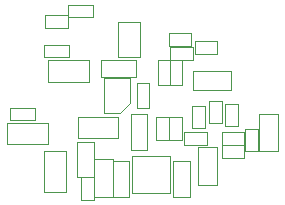
<source format=gbr>
%TF.GenerationSoftware,Altium Limited,Altium Designer,20.1.12 (249)*%
G04 Layer_Color=32768*
%FSLAX45Y45*%
%MOMM*%
%TF.SameCoordinates,27206DED-D720-4121-B7EB-46A740E941A3*%
%TF.FilePolarity,Positive*%
%TF.FileFunction,Other,M19_-_RefDes_Outline*%
%TF.Part,Single*%
G01*
G75*
%TA.AperFunction,NonConductor*%
%ADD84C,0.10000*%
D84*
X1162500Y747500D02*
X1302500D01*
X1162500Y447500D02*
Y747500D01*
Y447500D02*
X1302500D01*
Y747500D01*
X1172500Y80000D02*
Y400000D01*
X1492500D01*
Y80000D02*
Y400000D01*
X1172500Y80000D02*
X1492500D01*
X850000Y52500D02*
Y372500D01*
X1010000D01*
X850000Y52500D02*
X1010000D01*
Y372500D01*
X850000Y52500D02*
Y372500D01*
X1010000D01*
Y52500D02*
Y372500D01*
X850000Y52500D02*
X1010000D01*
X2247500Y435000D02*
X2407500D01*
Y755000D01*
X2247500D02*
X2407500D01*
X2247500Y435000D02*
Y755000D01*
X2407500Y435000D02*
Y755000D01*
X2247500Y435000D02*
X2407500D01*
X2247500Y755000D02*
X2407500D01*
X2247500Y435000D02*
Y755000D01*
X907500Y1065000D02*
Y1205000D01*
Y1065000D02*
X1207499D01*
Y1205000D01*
X907500D02*
X1207499D01*
X805000Y1024999D02*
Y1204999D01*
X465001Y1024999D02*
Y1204999D01*
Y1024999D02*
X805000D01*
X465001Y1204999D02*
X805000D01*
X707500Y217500D02*
X847500D01*
Y517500D01*
X707500D02*
X847500D01*
X707500Y217500D02*
Y517500D01*
X1372500Y722500D02*
X1482500D01*
X1372500Y532500D02*
Y722500D01*
Y532500D02*
X1482500D01*
Y722500D01*
X1237500Y1232500D02*
Y1532500D01*
X1057500Y1232500D02*
X1237500D01*
X1057500Y1532500D02*
X1237500D01*
X1057500Y1232500D02*
Y1532500D01*
X1237500Y1232500D02*
Y1532500D01*
X1057500Y1232500D02*
Y1532500D01*
X1010000Y52500D02*
Y352500D01*
X1150000D01*
Y52500D02*
Y352500D01*
X1010000Y52500D02*
X1150000D01*
X937500Y757502D02*
X1067502D01*
X1157500Y847500D01*
Y1057502D01*
X937500Y757502D02*
Y1057502D01*
X1157500D01*
X440000Y1482500D02*
X630000D01*
X440000D02*
Y1592500D01*
X630000D01*
Y1482500D02*
Y1592500D01*
X1935000Y485000D02*
X2125000D01*
X1935000D02*
Y595000D01*
X2125000D01*
Y485000D02*
Y595000D01*
X1392500Y995000D02*
X1492500D01*
X1392500D02*
Y1205000D01*
X1492500D01*
Y995000D02*
Y1205000D01*
X1492500D02*
X1592500D01*
Y995000D02*
Y1205000D01*
X1492500Y995000D02*
X1592500D01*
X1492500D02*
Y1205000D01*
X630000Y1572500D02*
Y1672500D01*
X840000D01*
Y1572500D02*
Y1672500D01*
X630000Y1572500D02*
X840000D01*
X1215000Y802500D02*
X1315000D01*
X1215000D02*
Y1012500D01*
X1315000D01*
Y802500D02*
Y1012500D01*
X1731983Y154324D02*
Y474324D01*
X1891983D01*
X1731983Y154324D02*
X1891983D01*
Y474324D01*
X1731983Y154324D02*
Y474324D01*
X1891983D01*
Y154324D02*
Y474324D01*
X1731983Y154324D02*
X1891983D01*
X1690000Y957500D02*
X2010000D01*
X1690000D02*
Y1117500D01*
X2010000Y957500D02*
Y1117500D01*
X1690000D02*
X2010000D01*
X1690000Y957500D02*
X2010000D01*
X1690000D02*
Y1117500D01*
X2010000D01*
Y957500D02*
Y1117500D01*
X737500Y27500D02*
Y217500D01*
X847500D01*
Y27500D02*
Y217500D01*
X737500Y27500D02*
X847500D01*
X1497500Y1322500D02*
X1687500D01*
Y1212500D02*
Y1322500D01*
X1497500Y1212500D02*
X1687500D01*
X1497500D02*
Y1322500D01*
X2072500Y647500D02*
Y837500D01*
X1962501Y647500D02*
X2072500D01*
X1962501D02*
Y837500D01*
X2072500D01*
X1482500Y535000D02*
Y725000D01*
X1592500D01*
Y535000D02*
Y725000D01*
X1482500Y535000D02*
X1592500D01*
X1702500Y1260000D02*
X1892500D01*
X1702500D02*
Y1370000D01*
X1892500D01*
Y1260000D02*
Y1370000D01*
X1677500Y632500D02*
Y822500D01*
X1787500D01*
Y632500D02*
Y822500D01*
X1677500Y632500D02*
X1787500D01*
X1805000Y485000D02*
Y595000D01*
X1615000D02*
X1805000D01*
X1615000Y485000D02*
Y595000D01*
Y485000D02*
X1805000D01*
X2130000Y435000D02*
Y625000D01*
X2240000D01*
Y435000D02*
Y625000D01*
X2130000Y435000D02*
X2240000D01*
X1822501Y862500D02*
X1932500D01*
X1822501Y672500D02*
Y862500D01*
Y672500D02*
X1932500D01*
Y862500D01*
X637500Y1235000D02*
Y1335000D01*
X427500Y1235000D02*
X637500D01*
X427500D02*
Y1335000D01*
X637500D01*
X352500Y702500D02*
Y802500D01*
X142500Y702500D02*
X352500D01*
X142500D02*
Y802500D01*
X352500D01*
X610000Y95000D02*
Y435000D01*
X430000Y95000D02*
Y435000D01*
X610000D01*
X430000Y95000D02*
X610000D01*
X117500Y677500D02*
X457500D01*
X117500Y497500D02*
X457500D01*
X117500D02*
Y677500D01*
X457500Y497500D02*
Y677500D01*
X1661705Y50759D02*
Y350759D01*
X1521705Y50759D02*
X1661705D01*
X1521705D02*
Y350759D01*
X1661705D01*
X1935000Y485000D02*
X2125000D01*
Y375000D02*
Y485000D01*
X1935000Y375000D02*
X2125000D01*
X1935000D02*
Y485000D01*
X1484000Y1325000D02*
X1674000D01*
X1484000D02*
Y1435000D01*
X1674000D01*
Y1325000D02*
Y1435000D01*
X715000Y727500D02*
X1055000D01*
X715000Y547500D02*
X1055000D01*
X715000D02*
Y727500D01*
X1055000Y547500D02*
Y727500D01*
%TF.MD5,8aacb27151b2e33ce8cd563ef97e5efa*%
M02*

</source>
